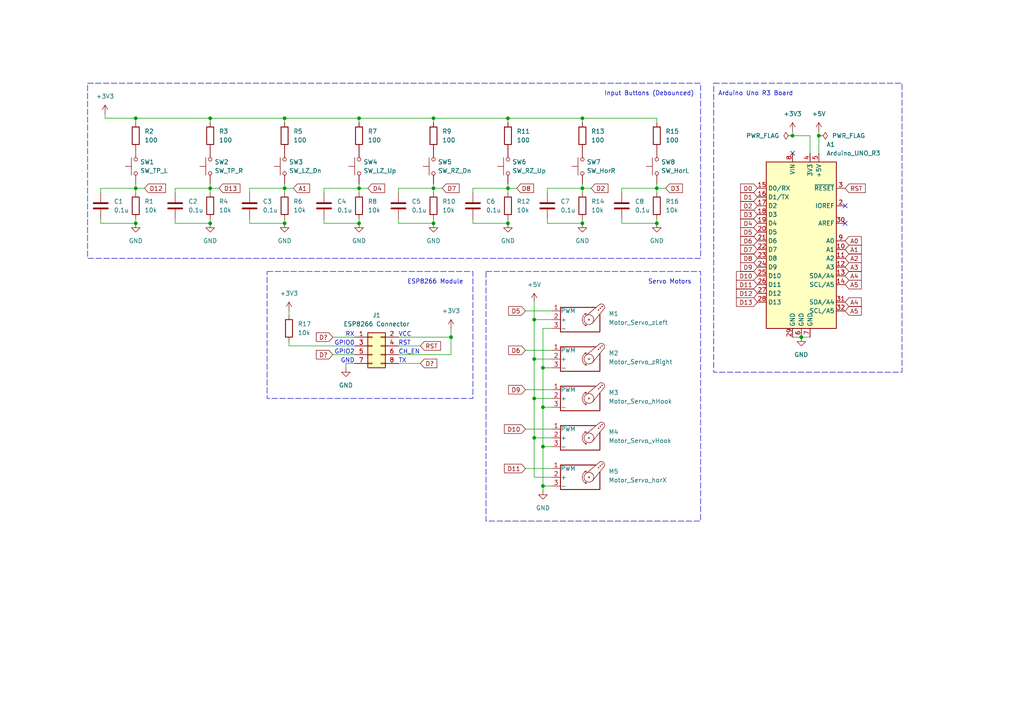
<source format=kicad_sch>
(kicad_sch (version 20230121) (generator eeschema)
  (paper "A4")
  (title_block (title "IEEE Techathon 2025 Schematic") (date "3/26/25") (rev "1.0") (company "Vincent and Michael") (comment 1 "Automatic Book Page Turner with WiFi"))
  (lib_symbols
    (symbol "Connector_Generic:Conn_02x04_Odd_Even" (pin_names (offset 1.016) hide)
      (property "Reference" "J" (at 1.27 5.08 0))
      (property "Value" "Conn_02x04_Odd_Even" (at 1.27 -7.62 0))
      (symbol "Conn_02x04_Odd_Even_1_1"
        (rectangle (start -1.27 -4.953) (end 0 -5.207) (stroke (width 0.1524)))
        (rectangle (start -1.27 -2.413) (end 0 -2.667) (stroke (width 0.1524)))
        (rectangle (start -1.27 0.127) (end 0 -0.127) (stroke (width 0.1524)))
        (rectangle (start -1.27 2.667) (end 0 2.413) (stroke (width 0.1524)))
        (rectangle (start -1.27 3.81) (end 3.81 -6.35) (stroke (width 0.254)) (fill (type background)))
        (rectangle (start 3.81 -4.953) (end 2.54 -5.207) (stroke (width 0.1524)))
        (rectangle (start 3.81 -2.413) (end 2.54 -2.667) (stroke (width 0.1524)))
        (rectangle (start 3.81 0.127) (end 2.54 -0.127) (stroke (width 0.1524)))
        (rectangle (start 3.81 2.667) (end 2.54 2.413) (stroke (width 0.1524)))
        (pin passive line (at -5.08 2.54 0) (length 3.81) (name "Pin_1") (number "1"))
        (pin passive line (at 7.62 2.54 180) (length 3.81) (name "Pin_2") (number "2"))
        (pin passive line (at -5.08 0 0) (length 3.81) (name "Pin_3") (number "3"))
        (pin passive line (at 7.62 0 180) (length 3.81) (name "Pin_4") (number "4"))
        (pin passive line (at -5.08 -2.54 0) (length 3.81) (name "Pin_5") (number "5"))
        (pin passive line (at 7.62 -2.54 180) (length 3.81) (name "Pin_6") (number "6"))
        (pin passive line (at -5.08 -5.08 0) (length 3.81) (name "Pin_7") (number "7"))
        (pin passive line (at 7.62 -5.08 180) (length 3.81) (name "Pin_8") (number "8"))
      )
    )
    (symbol "Device:C" (pin_numbers hide) (pin_names (offset 0.254))
      (property "Reference" "C" (at 0.635 2.54 0))
      (property "Value" "C" (at 0.635 -2.54 0))
      (symbol "C_0_1"
        (polyline (pts (xy -2.032 -0.762) (xy 2.032 -0.762)) (stroke (width 0.508)))
        (polyline (pts (xy -2.032 0.762) (xy 2.032 0.762)) (stroke (width 0.508)))
      )
      (symbol "C_1_1"
        (pin passive line (at 0 3.81 270) (length 2.794) (name "~") (number "1"))
        (pin passive line (at 0 -3.81 90) (length 2.794) (name "~") (number "2"))
      )
    )
    (symbol "Device:R" (pin_numbers hide) (pin_names (offset 0))
      (property "Reference" "R" (at 2.032 0 90))
      (property "Value" "R" (at 0 0 90))
      (symbol "R_0_1"
        (rectangle (start -1.016 -2.54) (end 1.016 2.54) (stroke (width 0.254)))
      )
      (symbol "R_1_1"
        (pin passive line (at 0 3.81 270) (length 1.27) (name "~") (number "1"))
        (pin passive line (at 0 -3.81 90) (length 1.27) (name "~") (number "2"))
      )
    )
    (symbol "MCU_Module:Arduino_UNO_R3"
      (property "Reference" "A" (at -10.16 23.495 0))
      (property "Value" "Arduino_UNO_R3" (at 5.08 -26.67 0))
      (symbol "Arduino_UNO_R3_0_1"
        (rectangle (start -10.16 22.86) (end 10.16 -25.4) (stroke (width 0.254)) (fill (type background)))
      )
      (symbol "Arduino_UNO_R3_1_1"
        (pin no_connect line (at -10.16 -20.32 0) (length 2.54) hide (name "NC") (number "1"))
        (pin bidirectional line (at 12.7 -2.54 180) (length 2.54) (name "A1") (number "10"))
        (pin bidirectional line (at 12.7 -5.08 180) (length 2.54) (name "A2") (number "11"))
        (pin bidirectional line (at 12.7 -7.62 180) (length 2.54) (name "A3") (number "12"))
        (pin bidirectional line (at 12.7 -10.16 180) (length 2.54) (name "SDA/A4") (number "13"))
        (pin bidirectional line (at 12.7 -12.7 180) (length 2.54) (name "SCL/A5") (number "14"))
        (pin bidirectional line (at -12.7 15.24 0) (length 2.54) (name "D0/RX") (number "15"))
        (pin bidirectional line (at -12.7 12.7 0) (length 2.54) (name "D1/TX") (number "16"))
        (pin bidirectional line (at -12.7 10.16 0) (length 2.54) (name "D2") (number "17"))
        (pin bidirectional line (at -12.7 7.62 0) (length 2.54) (name "D3") (number "18"))
        (pin bidirectional line (at -12.7 5.08 0) (length 2.54) (name "D4") (number "19"))
        (pin output line (at 12.7 10.16 180) (length 2.54) (name "IOREF") (number "2"))
        (pin bidirectional line (at -12.7 2.54 0) (length 2.54) (name "D5") (number "20"))
        (pin bidirectional line (at -12.7 0 0) (length 2.54) (name "D6") (number "21"))
        (pin bidirectional line (at -12.7 -2.54 0) (length 2.54) (name "D7") (number "22"))
        (pin bidirectional line (at -12.7 -5.08 0) (length 2.54) (name "D8") (number "23"))
        (pin bidirectional line (at -12.7 -7.62 0) (length 2.54) (name "D9") (number "24"))
        (pin bidirectional line (at -12.7 -10.16 0) (length 2.54) (name "D10") (number "25"))
        (pin bidirectional line (at -12.7 -12.7 0) (length 2.54) (name "D11") (number "26"))
        (pin bidirectional line (at -12.7 -15.24 0) (length 2.54) (name "D12") (number "27"))
        (pin bidirectional line (at -12.7 -17.78 0) (length 2.54) (name "D13") (number "28"))
        (pin power_in line (at -2.54 -27.94 90) (length 2.54) (name "GND") (number "29"))
        (pin input line (at 12.7 15.24 180) (length 2.54) (name "~{RESET}") (number "3"))
        (pin input line (at 12.7 5.08 180) (length 2.54) (name "AREF") (number "30"))
        (pin bidirectional line (at 12.7 -17.78 180) (length 2.54) (name "SDA/A4") (number "31"))
        (pin bidirectional line (at 12.7 -20.32 180) (length 2.54) (name "SCL/A5") (number "32"))
        (pin power_out line (at 2.54 25.4 270) (length 2.54) (name "3V3") (number "4"))
        (pin power_out line (at 5.08 25.4 270) (length 2.54) (name "+5V") (number "5"))
        (pin power_in line (at 0 -27.94 90) (length 2.54) (name "GND") (number "6"))
        (pin power_in line (at 2.54 -27.94 90) (length 2.54) (name "GND") (number "7"))
        (pin power_in line (at -2.54 25.4 270) (length 2.54) (name "VIN") (number "8"))
        (pin bidirectional line (at 12.7 0 180) (length 2.54) (name "A0") (number "9"))
      )
    )
    (symbol "Motor:Motor_Servo" (pin_names (offset 0.0254))
      (property "Reference" "M" (at -5.08 4.445 0))
      (property "Value" "Motor_Servo" (at -5.08 -4.064 0))
      (symbol "Motor_Servo_0_1"
        (polyline (pts (xy 2.413 -1.778) (xy 2.032 -1.778)))
        (polyline (pts (xy 2.413 -1.778) (xy 2.286 -1.397)))
        (polyline (pts (xy 2.413 1.778) (xy 1.905 1.778)))
        (polyline (pts (xy 2.413 1.778) (xy 2.286 1.397)))
        (polyline (pts (xy 6.35 4.445) (xy 2.54 1.27)))
        (polyline (pts (xy 7.62 3.175) (xy 4.191 -1.016)))
        (polyline (pts (xy 5.08 3.556) (xy -5.08 3.556) (xy -5.08 -3.556) (xy 6.35 -3.556) (xy 6.35 1.524)) (stroke (width 0.254)))
        (arc (start 2.413 1.778) (mid 1.2406 0) (end 2.413 -1.778))
        (circle (center 3.175 0) (radius 0.1778))
        (circle (center 3.175 0) (radius 1.4224))
        (circle (center 5.969 2.794) (radius 0.127))
        (circle (center 6.477 3.302) (radius 0.127))
        (circle (center 6.985 3.81) (radius 0.127))
        (arc (start 7.62 3.175) (mid 7.4485 4.2735) (end 6.35 4.445))
      )
      (symbol "Motor_Servo_1_1"
        (pin passive line (at -7.62 2.54 0) (length 2.54) (name "PWM") (number "1"))
        (pin passive line (at -7.62 0 0) (length 2.54) (name "+") (number "2"))
        (pin passive line (at -7.62 -2.54 0) (length 2.54) (name "-") (number "3"))
      )
    )
    (symbol "Switch:SW_Push" (pin_numbers hide) (pin_names (offset 1.016) hide)
      (property "Reference" "SW" (at 1.27 2.54 0))
      (property "Value" "SW_Push" (at 0 -1.524 0))
      (symbol "SW_Push_0_1"
        (circle (center -2.032 0) (radius 0.508))
        (polyline (pts (xy 0 1.27) (xy 0 3.048)))
        (polyline (pts (xy 2.54 1.27) (xy -2.54 1.27)))
        (circle (center 2.032 0) (radius 0.508))
        (pin passive line (at -5.08 0 0) (length 2.54) (name "1") (number "1"))
        (pin passive line (at 5.08 0 180) (length 2.54) (name "2") (number "2"))
      )
    )
    (symbol "power:+3V3" (power) (pin_names (offset 0))
      (property "Value" "+3V3" (at 0 3.556 0))
      (symbol "+3V3_0_1"
        (polyline (pts (xy -0.762 1.27) (xy 0 2.54)))
        (polyline (pts (xy 0 0) (xy 0 2.54)))
        (polyline (pts (xy 0 2.54) (xy 0.762 1.27)))
      )
      (symbol "+3V3_1_1"
        (pin power_in line (at 0 0 90) (length 0) hide (name "+3V3") (number "1"))
      )
    )
    (symbol "power:+5V" (power) (pin_names (offset 0))
      (property "Value" "+5V" (at 0 3.556 0))
      (symbol "+5V_0_1"
        (polyline (pts (xy -0.762 1.27) (xy 0 2.54)))
        (polyline (pts (xy 0 0) (xy 0 2.54)))
        (polyline (pts (xy 0 2.54) (xy 0.762 1.27)))
      )
      (symbol "+5V_1_1"
        (pin power_in line (at 0 0 90) (length 0) hide (name "+5V") (number "1"))
      )
    )
    (symbol "power:GND" (power) (pin_names (offset 0))
      (property "Value" "GND" (at 0 -3.81 0))
      (symbol "GND_0_1"
        (polyline (pts (xy 0 0) (xy 0 -1.27) (xy 1.27 -1.27) (xy 0 -2.54) (xy -1.27 -1.27) (xy 0 -1.27)))
      )
      (symbol "GND_1_1"
        (pin power_in line (at 0 0 270) (length 0) hide (name "GND") (number "1"))
      )
    )
    (symbol "power:PWR_FLAG" (power) (pin_numbers hide) (pin_names (offset 0) hide)
      (property "Value" "PWR_FLAG" (at 0 3.81 0))
      (symbol "PWR_FLAG_0_0"
        (pin power_out line (at 0 0 90) (length 0) (name "pwr") (number "1"))
      )
      (symbol "PWR_FLAG_0_1"
        (polyline (pts (xy 0 0) (xy 0 1.27) (xy -1.016 1.905) (xy 0 2.54) (xy 1.016 1.905) (xy 0 1.27)))
      )
    )
  )
  (junction (at 39.37 54.61))
  (junction (at 147.32 64.77))
  (junction (at 60.96 54.61))
  (junction (at 232.41 97.79))
  (junction (at 82.55 34.29))
  (junction (at 60.96 64.77))
  (junction (at 39.37 64.77))
  (junction (at 130.81 97.79))
  (junction (at 104.14 54.61))
  (junction (at 168.91 34.29))
  (junction (at 147.32 34.29))
  (junction (at 157.48 140.97))
  (junction (at 125.73 34.29))
  (junction (at 237.49 39.37))
  (junction (at 190.5 54.61))
  (junction (at 157.48 129.54))
  (junction (at 154.94 92.71))
  (junction (at 157.48 118.11))
  (junction (at 168.91 54.61))
  (junction (at 125.73 64.77))
  (junction (at 147.32 54.61))
  (junction (at 104.14 34.29))
  (junction (at 125.73 54.61))
  (junction (at 82.55 64.77))
  (junction (at 60.96 34.29))
  (junction (at 168.91 64.77))
  (junction (at 157.48 106.68))
  (junction (at 190.5 64.77))
  (junction (at 229.87 39.37))
  (junction (at 154.94 115.57))
  (junction (at 154.94 104.14))
  (junction (at 39.37 34.29))
  (junction (at 104.14 64.77))
  (junction (at 82.55 54.61))
  (junction (at 154.94 127))
  (no_connect (at 229.87 44.45))
  (no_connect (at 245.11 64.77))
  (no_connect (at 245.11 59.69))
  (wire (pts (xy 115.57 64.77) (xy 125.73 64.77)))
  (wire (pts (xy 180.34 54.61) (xy 180.34 55.88)))
  (wire (pts (xy 190.5 34.29) (xy 168.91 34.29)))
  (wire (pts (xy 152.4 124.46) (xy 160.02 124.46)))
  (wire (pts (xy 82.55 54.61) (xy 82.55 55.88)))
  (wire (pts (xy 82.55 34.29) (xy 60.96 34.29)))
  (wire (pts (xy 154.94 127) (xy 154.94 138.43)))
  (wire (pts (xy 125.73 34.29) (xy 104.14 34.29)))
  (wire (pts (xy 157.48 129.54) (xy 157.48 140.97)))
  (wire (pts (xy 237.49 38.1) (xy 237.49 39.37)))
  (wire (pts (xy 137.16 64.77) (xy 147.32 64.77)))
  (wire (pts (xy 168.91 54.61) (xy 168.91 55.88)))
  (wire (pts (xy 158.75 54.61) (xy 168.91 54.61)))
  (wire (pts (xy 157.48 106.68) (xy 160.02 106.68)))
  (wire (pts (xy 147.32 54.61) (xy 149.86 54.61)))
  (wire (pts (xy 137.16 63.5) (xy 137.16 64.77)))
  (wire (pts (xy 125.73 54.61) (xy 128.27 54.61)))
  (wire (pts (xy 104.14 54.61) (xy 106.68 54.61)))
  (wire (pts (xy 115.57 105.41) (xy 121.92 105.41)))
  (wire (pts (xy 72.39 63.5) (xy 72.39 64.77)))
  (wire (pts (xy 93.98 64.77) (xy 104.14 64.77)))
  (wire (pts (xy 29.21 54.61) (xy 29.21 55.88)))
  (wire (pts (xy 190.5 35.56) (xy 190.5 34.29)))
  (wire (pts (xy 60.96 54.61) (xy 63.5 54.61)))
  (wire (pts (xy 30.48 34.29) (xy 39.37 34.29)))
  (wire (pts (xy 39.37 34.29) (xy 39.37 35.56)))
  (wire (pts (xy 29.21 63.5) (xy 29.21 64.77)))
  (wire (pts (xy 125.73 34.29) (xy 125.73 35.56)))
  (wire (pts (xy 137.16 54.61) (xy 147.32 54.61)))
  (wire (pts (xy 154.94 138.43) (xy 160.02 138.43)))
  (wire (pts (xy 96.52 97.79) (xy 102.87 97.79)))
  (wire (pts (xy 180.34 63.5) (xy 180.34 64.77)))
  (wire (pts (xy 60.96 34.29) (xy 60.96 35.56)))
  (wire (pts (xy 152.4 101.6) (xy 160.02 101.6)))
  (wire (pts (xy 82.55 54.61) (xy 85.09 54.61)))
  (wire (pts (xy 29.21 54.61) (xy 39.37 54.61)))
  (wire (pts (xy 160.02 95.25) (xy 157.48 95.25)))
  (wire (pts (xy 115.57 63.5) (xy 115.57 64.77)))
  (wire (pts (xy 168.91 54.61) (xy 171.45 54.61)))
  (wire (pts (xy 104.14 54.61) (xy 104.14 55.88)))
  (wire (pts (xy 125.73 53.34) (xy 125.73 54.61)))
  (wire (pts (xy 154.94 127) (xy 160.02 127)))
  (wire (pts (xy 229.87 38.1) (xy 229.87 39.37)))
  (wire (pts (xy 157.48 118.11) (xy 157.48 129.54)))
  (wire (pts (xy 190.5 54.61) (xy 193.04 54.61)))
  (wire (pts (xy 158.75 64.77) (xy 168.91 64.77)))
  (wire (pts (xy 190.5 53.34) (xy 190.5 54.61)))
  (wire (pts (xy 152.4 135.89) (xy 160.02 135.89)))
  (wire (pts (xy 60.96 54.61) (xy 60.96 55.88)))
  (wire (pts (xy 158.75 63.5) (xy 158.75 64.77)))
  (wire (pts (xy 190.5 64.77) (xy 190.5 63.5)))
  (wire (pts (xy 130.81 95.25) (xy 130.81 97.79)))
  (wire (pts (xy 125.73 54.61) (xy 125.73 55.88)))
  (wire (pts (xy 115.57 54.61) (xy 125.73 54.61)))
  (wire (pts (xy 168.91 34.29) (xy 168.91 35.56)))
  (wire (pts (xy 104.14 34.29) (xy 104.14 35.56)))
  (wire (pts (xy 72.39 54.61) (xy 72.39 55.88)))
  (wire (pts (xy 154.94 87.63) (xy 154.94 92.71)))
  (wire (pts (xy 237.49 39.37) (xy 237.49 44.45)))
  (wire (pts (xy 50.8 54.61) (xy 60.96 54.61)))
  (wire (pts (xy 93.98 54.61) (xy 104.14 54.61)))
  (wire (pts (xy 154.94 92.71) (xy 154.94 104.14)))
  (wire (pts (xy 130.81 97.79) (xy 130.81 102.87)))
  (wire (pts (xy 190.5 54.61) (xy 190.5 55.88)))
  (wire (pts (xy 115.57 100.33) (xy 121.92 100.33)))
  (wire (pts (xy 82.55 53.34) (xy 82.55 54.61)))
  (wire (pts (xy 100.33 106.68) (xy 100.33 105.41)))
  (wire (pts (xy 152.4 113.03) (xy 160.02 113.03)))
  (wire (pts (xy 72.39 54.61) (xy 82.55 54.61)))
  (wire (pts (xy 60.96 64.77) (xy 60.96 63.5)))
  (wire (pts (xy 72.39 64.77) (xy 82.55 64.77)))
  (wire (pts (xy 60.96 53.34) (xy 60.96 54.61)))
  (wire (pts (xy 39.37 54.61) (xy 41.91 54.61)))
  (wire (pts (xy 154.94 104.14) (xy 160.02 104.14)))
  (wire (pts (xy 157.48 106.68) (xy 157.48 118.11)))
  (wire (pts (xy 115.57 97.79) (xy 130.81 97.79)))
  (wire (pts (xy 168.91 53.34) (xy 168.91 54.61)))
  (wire (pts (xy 157.48 129.54) (xy 160.02 129.54)))
  (wire (pts (xy 115.57 54.61) (xy 115.57 55.88)))
  (wire (pts (xy 234.95 39.37) (xy 234.95 44.45)))
  (wire (pts (xy 104.14 53.34) (xy 104.14 54.61)))
  (wire (pts (xy 147.32 53.34) (xy 147.32 54.61)))
  (wire (pts (xy 229.87 97.79) (xy 232.41 97.79)))
  (wire (pts (xy 158.75 54.61) (xy 158.75 55.88)))
  (wire (pts (xy 30.48 33.02) (xy 30.48 34.29)))
  (wire (pts (xy 60.96 34.29) (xy 39.37 34.29)))
  (wire (pts (xy 157.48 95.25) (xy 157.48 106.68)))
  (wire (pts (xy 93.98 54.61) (xy 93.98 55.88)))
  (wire (pts (xy 229.87 39.37) (xy 234.95 39.37)))
  (wire (pts (xy 29.21 64.77) (xy 39.37 64.77)))
  (wire (pts (xy 160.02 92.71) (xy 154.94 92.71)))
  (wire (pts (xy 157.48 140.97) (xy 157.48 142.24)))
  (wire (pts (xy 168.91 34.29) (xy 147.32 34.29)))
  (wire (pts (xy 154.94 104.14) (xy 154.94 115.57)))
  (wire (pts (xy 39.37 64.77) (xy 39.37 63.5)))
  (wire (pts (xy 50.8 64.77) (xy 60.96 64.77)))
  (wire (pts (xy 137.16 54.61) (xy 137.16 55.88)))
  (wire (pts (xy 104.14 34.29) (xy 82.55 34.29)))
  (wire (pts (xy 83.82 100.33) (xy 102.87 100.33)))
  (wire (pts (xy 180.34 54.61) (xy 190.5 54.61)))
  (wire (pts (xy 147.32 64.77) (xy 147.32 63.5)))
  (wire (pts (xy 232.41 97.79) (xy 234.95 97.79)))
  (wire (pts (xy 147.32 34.29) (xy 147.32 35.56)))
  (wire (pts (xy 93.98 63.5) (xy 93.98 64.77)))
  (wire (pts (xy 125.73 64.77) (xy 125.73 63.5)))
  (wire (pts (xy 180.34 64.77) (xy 190.5 64.77)))
  (wire (pts (xy 96.52 102.87) (xy 102.87 102.87)))
  (wire (pts (xy 50.8 63.5) (xy 50.8 64.77)))
  (wire (pts (xy 154.94 115.57) (xy 154.94 127)))
  (wire (pts (xy 147.32 34.29) (xy 125.73 34.29)))
  (wire (pts (xy 82.55 64.77) (xy 82.55 63.5)))
  (wire (pts (xy 39.37 53.34) (xy 39.37 54.61)))
  (wire (pts (xy 39.37 54.61) (xy 39.37 55.88)))
  (wire (pts (xy 147.32 54.61) (xy 147.32 55.88)))
  (wire (pts (xy 154.94 115.57) (xy 160.02 115.57)))
  (wire (pts (xy 157.48 118.11) (xy 160.02 118.11)))
  (wire (pts (xy 104.14 64.77) (xy 104.14 63.5)))
  (wire (pts (xy 168.91 64.77) (xy 168.91 63.5)))
  (wire (pts (xy 130.81 102.87) (xy 115.57 102.87)))
  (wire (pts (xy 152.4 90.17) (xy 160.02 90.17)))
  (wire (pts (xy 157.48 140.97) (xy 160.02 140.97)))
  (wire (pts (xy 82.55 34.29) (xy 82.55 35.56)))
  (wire (pts (xy 83.82 100.33) (xy 83.82 99.06)))
  (wire (pts (xy 83.82 90.17) (xy 83.82 91.44)))
  (wire (pts (xy 50.8 54.61) (xy 50.8 55.88)))
  (wire (pts (xy 100.33 105.41) (xy 102.87 105.41)))
  (rectangle (start 25.4 24.13) (end 203.2 74.93) (stroke (width 0) (type dash)))
  (rectangle (start 77.47 78.74) (end 137.16 115.57) (stroke (width 0) (type dash)))
  (rectangle (start 140.97 78.74) (end 203.2 151.13) (stroke (width 0) (type dash)))
  (rectangle (start 207.01 24.13) (end 261.62 107.95) (stroke (width 0) (type dash)))
  (text "Input Buttons (Debounced)" (at 175.26 27.94 0) (effects (font (size 1.27 1.27)) (justify left bottom)))
  (text "RST" (at 115.5357 100.3298 0) (effects (font (size 1.27 1.27)) (justify left bottom)))
  (text "CH_EN" (at 115.57 102.87 0) (effects (font (size 1.27 1.27)) (justify left bottom)))
  (text "ESP8266 Module" (at 118.11 82.55 0) (effects (font (size 1.27 1.27)) (justify left bottom)))
  (text "GND" (at 102.87 105.41 0) (effects (font (size 1.27 1.27)) (justify right bottom)))
  (text "Servo Motors" (at 187.96 82.55 0) (effects (font (size 1.27 1.27)) (justify left bottom)))
  (text "RX" (at 102.87 97.79 0) (effects (font (size 1.27 1.27)) (justify right bottom)))
  (text "VCC" (at 115.57 97.79 0) (effects (font (size 1.27 1.27)) (justify left bottom)))
  (text "GPIO0" (at 102.87 100.33 0) (effects (font (size 1.27 1.27)) (justify right bottom)))
  (text "Arduino Uno R3 Board" (at 208.28 27.94 0) (effects (font (size 1.27 1.27)) (justify left bottom)))
  (text "TX" (at 115.57 105.41 0) (effects (font (size 1.27 1.27)) (justify left bottom)))
  (text "GPIO2" (at 102.87 102.87 0) (effects (font (size 1.27 1.27)) (justify right bottom)))
  (global_label "D3" (shape input) (at 219.71 62.23 180) (property "Intersheetrefs" "${INTERSHEET_REFS}" (effects hide)))
  (global_label "D5" (shape input) (at 152.4 90.17 180) (property "Intersheetrefs" "${INTERSHEET_REFS}" (effects hide)))
  (global_label "D12" (shape input) (at 41.91 54.61 0) (property "Intersheetrefs" "${INTERSHEET_REFS}" (effects hide)))
  (global_label "D3" (shape input) (at 193.04 54.61 0) (property "Intersheetrefs" "${INTERSHEET_REFS}" (effects hide)))
  (global_label "A4" (shape input) (at 245.11 87.63 0) (property "Intersheetrefs" "${INTERSHEET_REFS}" (effects hide)))
  (global_label "D6" (shape input) (at 219.71 69.85 180) (property "Intersheetrefs" "${INTERSHEET_REFS}" (effects hide)))
  (global_label "D13" (shape input) (at 63.5 54.61 0) (property "Intersheetrefs" "${INTERSHEET_REFS}" (effects hide)))
  (global_label "D1" (shape input) (at 219.71 57.15 180) (property "Intersheetrefs" "${INTERSHEET_REFS}" (effects hide)))
  (global_label "A5" (shape input) (at 245.11 82.55 0) (property "Intersheetrefs" "${INTERSHEET_REFS}" (effects hide)))
  (global_label "D10" (shape input) (at 219.71 80.01 180) (property "Intersheetrefs" "${INTERSHEET_REFS}" (effects hide)))
  (global_label "A3" (shape input) (at 245.11 77.47 0) (property "Intersheetrefs" "${INTERSHEET_REFS}" (effects hide)))
  (global_label "D13" (shape input) (at 219.71 87.63 180) (property "Intersheetrefs" "${INTERSHEET_REFS}" (effects hide)))
  (global_label "D7" (shape input) (at 128.27 54.61 0) (property "Intersheetrefs" "${INTERSHEET_REFS}" (effects hide)))
  (global_label "D7" (shape input) (at 219.71 72.39 180) (property "Intersheetrefs" "${INTERSHEET_REFS}" (effects hide)))
  (global_label "A1" (shape input) (at 85.09 54.61 0) (property "Intersheetrefs" "${INTERSHEET_REFS}" (effects hide)))
  (global_label "D8" (shape input) (at 219.71 74.93 180) (property "Intersheetrefs" "${INTERSHEET_REFS}" (effects hide)))
  (global_label "D9" (shape input) (at 152.4 113.03 180) (property "Intersheetrefs" "${INTERSHEET_REFS}" (effects hide)))
  (global_label "D9" (shape input) (at 219.71 77.47 180) (property "Intersheetrefs" "${INTERSHEET_REFS}" (effects hide)))
  (global_label "D11" (shape input) (at 219.71 82.55 180) (property "Intersheetrefs" "${INTERSHEET_REFS}" (effects hide)))
  (global_label "D4" (shape input) (at 106.68 54.61 0) (property "Intersheetrefs" "${INTERSHEET_REFS}" (effects hide)))
  (global_label "D?" (shape input) (at 121.92 105.41 0) (property "Intersheetrefs" "${INTERSHEET_REFS}" (effects hide)))
  (global_label "RST" (shape input) (at 245.11 54.61 0) (property "Intersheetrefs" "${INTERSHEET_REFS}" (effects hide)))
  (global_label "A1" (shape input) (at 245.11 72.39 0) (property "Intersheetrefs" "${INTERSHEET_REFS}" (effects hide)))
  (global_label "D?" (shape input) (at 96.52 102.87 180) (property "Intersheetrefs" "${INTERSHEET_REFS}" (effects hide)))
  (global_label "D11" (shape input) (at 152.4 135.89 180) (property "Intersheetrefs" "${INTERSHEET_REFS}" (effects hide)))
  (global_label "D2" (shape input) (at 171.45 54.61 0) (property "Intersheetrefs" "${INTERSHEET_REFS}" (effects hide)))
  (global_label "A2" (shape input) (at 245.11 74.93 0) (property "Intersheetrefs" "${INTERSHEET_REFS}" (effects hide)))
  (global_label "D5" (shape input) (at 219.71 67.31 180) (property "Intersheetrefs" "${INTERSHEET_REFS}" (effects hide)))
  (global_label "D12" (shape input) (at 219.71 85.09 180) (property "Intersheetrefs" "${INTERSHEET_REFS}" (effects hide)))
  (global_label "A0" (shape input) (at 245.11 69.85 0) (property "Intersheetrefs" "${INTERSHEET_REFS}" (effects hide)))
  (global_label "D4" (shape input) (at 219.71 64.77 180) (property "Intersheetrefs" "${INTERSHEET_REFS}" (effects hide)))
  (global_label "RST" (shape input) (at 121.92 100.33 0) (property "Intersheetrefs" "${INTERSHEET_REFS}" (effects hide)))
  (global_label "A5" (shape input) (at 245.11 90.17 0) (property "Intersheetrefs" "${INTERSHEET_REFS}" (effects hide)))
  (global_label "D0" (shape input) (at 219.71 54.61 180) (property "Intersheetrefs" "${INTERSHEET_REFS}" (effects hide)))
  (global_label "D2" (shape input) (at 219.71 59.69 180) (property "Intersheetrefs" "${INTERSHEET_REFS}" (effects hide)))
  (global_label "D6" (shape input) (at 152.4 101.6 180) (property "Intersheetrefs" "${INTERSHEET_REFS}" (effects hide)))
  (global_label "A4" (shape input) (at 245.11 80.01 0) (property "Intersheetrefs" "${INTERSHEET_REFS}" (effects hide)))
  (global_label "D10" (shape input) (at 152.4 124.46 180) (property "Intersheetrefs" "${INTERSHEET_REFS}" (effects hide)))
  (global_label "D?" (shape input) (at 96.52 97.79 180) (property "Intersheetrefs" "${INTERSHEET_REFS}" (effects hide)))
  (global_label "D8" (shape input) (at 149.86 54.61 0) (property "Intersheetrefs" "${INTERSHEET_REFS}" (effects hide)))
  (symbol (lib_id "power:GND") (at 60.96 64.77 0) (unit 1)
    (property "Reference" "#PWR02" (effects hide))
    (property "Value" "GND" (at 60.96 69.85 0))
  )
  (symbol (lib_id "power:PWR_FLAG") (at 237.49 39.37 270) (unit 1)
    (property "Reference" "#FLG01" (effects hide))
    (property "Value" "PWR_FLAG" (at 241.3 39.37 90) (effects (justify left)))
  )
  (symbol (lib_id "power:GND") (at 82.55 64.77 0) (unit 1)
    (property "Reference" "#PWR03" (effects hide))
    (property "Value" "GND" (at 82.55 69.85 0))
  )
  (symbol (lib_id "Device:R") (at 125.73 39.37 0) (unit 1)
    (property "Reference" "R9" (at 128.27 38.1 0) (effects (justify left)))
    (property "Value" "100" (at 128.27 40.64 0) (effects (justify left)))
  )
  (symbol (lib_id "power:GND") (at 125.73 64.77 0) (unit 1)
    (property "Reference" "#PWR05" (effects hide))
    (property "Value" "GND" (at 125.73 69.85 0))
  )
  (symbol (lib_id "Device:R") (at 168.91 39.37 0) (unit 1)
    (property "Reference" "R13" (at 171.45 38.1 0) (effects (justify left)))
    (property "Value" "100" (at 171.45 40.64 0) (effects (justify left)))
  )
  (symbol (lib_id "Device:R") (at 147.32 39.37 0) (unit 1)
    (property "Reference" "R11" (at 149.86 38.1 0) (effects (justify left)))
    (property "Value" "100" (at 149.86 40.64 0) (effects (justify left)))
  )
  (symbol (lib_id "Device:C") (at 29.21 59.69 0) (unit 1)
    (property "Reference" "C1" (at 33.02 58.42 0) (effects (justify left)))
    (property "Value" "0.1u" (at 33.02 60.96 0) (effects (justify left)))
  )
  (symbol (lib_id "Device:C") (at 115.57 59.69 0) (unit 1)
    (property "Reference" "C5" (at 119.38 58.42 0) (effects (justify left)))
    (property "Value" "0.1u" (at 119.38 60.96 0) (effects (justify left)))
  )
  (symbol (lib_id "Device:R") (at 39.37 39.37 0) (unit 1)
    (property "Reference" "R2" (at 41.91 38.1 0) (effects (justify left)))
    (property "Value" "100" (at 41.91 40.64 0) (effects (justify left)))
  )
  (symbol (lib_id "power:GND") (at 190.5 64.77 0) (unit 1)
    (property "Reference" "#PWR08" (effects hide))
    (property "Value" "GND" (at 190.5 69.85 0))
  )
  (symbol (lib_id "Motor:Motor_Servo") (at 167.64 104.14 0) (unit 1)
    (property "Reference" "M2" (at 176.53 102.4366 0) (effects (justify left)))
    (property "Value" "Motor_Servo_zRight" (at 176.53 104.9766 0) (effects (justify left)))
    (property "Datasheet" "http://forums.parallax.com/uploads/attachments/46831/74481.png" (effects hide))
  )
  (symbol (lib_id "Switch:SW_Push") (at 39.37 48.26 90) (unit 1)
    (property "Reference" "SW1" (at 40.64 46.99 90) (effects (justify right)))
    (property "Value" "SW_TP_L" (at 40.64 49.53 90) (effects (justify right)))
  )
  (symbol (lib_id "power:GND") (at 147.32 64.77 0) (unit 1)
    (property "Reference" "#PWR06" (effects hide))
    (property "Value" "GND" (at 147.32 69.85 0))
  )
  (symbol (lib_id "power:GND") (at 232.41 97.79 0) (unit 1)
    (property "Reference" "#PWR014" (effects hide))
    (property "Value" "GND" (at 232.41 102.87 0))
  )
  (symbol (lib_id "power:+3V3") (at 30.48 33.02 0) (unit 1)
    (property "Reference" "#PWR09" (effects hide))
    (property "Value" "+3V3" (at 30.48 27.94 0))
  )
  (symbol (lib_id "Motor:Motor_Servo") (at 167.64 115.57 0) (unit 1)
    (property "Reference" "M3" (at 176.53 113.8666 0) (effects (justify left)))
    (property "Value" "Motor_Servo_hHook" (at 176.53 116.4066 0) (effects (justify left)))
    (property "Datasheet" "http://forums.parallax.com/uploads/attachments/46831/74481.png" (effects hide))
  )
  (symbol (lib_id "Device:C") (at 180.34 59.69 0) (unit 1)
    (property "Reference" "C8" (at 184.15 58.42 0) (effects (justify left)))
    (property "Value" "0.1u" (at 184.15 60.96 0) (effects (justify left)))
  )
  (symbol (lib_id "Switch:SW_Push") (at 168.91 48.26 90) (unit 1)
    (property "Reference" "SW7" (at 170.18 46.99 90) (effects (justify right)))
    (property "Value" "SW_HorR" (at 170.18 49.53 90) (effects (justify right)))
  )
  (symbol (lib_id "Connector_Generic:Conn_02x04_Odd_Even") (at 107.95 100.33 0) (unit 1)
    (property "Reference" "J1" (at 109.22 91.44 0))
    (property "Value" "ESP8266 Connector" (at 109.22 93.98 0))
  )
  (symbol (lib_id "Device:R") (at 190.5 59.69 0) (unit 1)
    (property "Reference" "R16" (at 193.04 58.42 0) (effects (justify left)))
    (property "Value" "10k" (at 193.04 60.96 0) (effects (justify left)))
  )
  (symbol (lib_id "Device:R") (at 147.32 59.69 0) (unit 1)
    (property "Reference" "R12" (at 149.86 58.42 0) (effects (justify left)))
    (property "Value" "10k" (at 149.86 60.96 0) (effects (justify left)))
  )
  (symbol (lib_id "power:GND") (at 104.14 64.77 0) (unit 1)
    (property "Reference" "#PWR04" (effects hide))
    (property "Value" "GND" (at 104.14 69.85 0))
  )
  (symbol (lib_id "MCU_Module:Arduino_UNO_R3") (at 232.41 69.85 0) (unit 1)
    (property "Reference" "A1" (at 239.6841 41.91 0) (effects (justify left)))
    (property "Value" "Arduino_UNO_R3" (at 239.6841 44.45 0) (effects (justify left)))
    (property "Footprint" "Module:Arduino_UNO_R3" (effects hide))
    (property "Datasheet" "https://www.arduino.cc/en/Main/arduinoBoardUno" (effects hide))
  )
  (symbol (lib_id "power:+3V3") (at 83.82 90.17 0) (unit 1)
    (property "Reference" "#PWR017" (effects hide))
    (property "Value" "+3V3" (at 83.82 85.09 0))
  )
  (symbol (lib_id "power:GND") (at 168.91 64.77 0) (unit 1)
    (property "Reference" "#PWR07" (effects hide))
    (property "Value" "GND" (at 168.91 69.85 0))
  )
  (symbol (lib_id "Switch:SW_Push") (at 190.5 48.26 90) (unit 1)
    (property "Reference" "SW8" (at 191.77 46.99 90) (effects (justify right)))
    (property "Value" "SW_HorL" (at 191.77 49.53 90) (effects (justify right)))
  )
  (symbol (lib_id "power:GND") (at 100.33 106.68 0) (unit 1)
    (property "Reference" "#PWR015" (effects hide))
    (property "Value" "GND" (at 100.33 111.76 0))
  )
  (symbol (lib_id "Device:R") (at 125.73 59.69 0) (unit 1)
    (property "Reference" "R10" (at 128.27 58.42 0) (effects (justify left)))
    (property "Value" "10k" (at 128.27 60.96 0) (effects (justify left)))
  )
  (symbol (lib_id "Device:C") (at 50.8 59.69 0) (unit 1)
    (property "Reference" "C2" (at 54.61 58.42 0) (effects (justify left)))
    (property "Value" "0.1u" (at 54.61 60.96 0) (effects (justify left)))
  )
  (symbol (lib_id "Device:R") (at 168.91 59.69 0) (unit 1)
    (property "Reference" "R14" (at 171.45 58.42 0) (effects (justify left)))
    (property "Value" "10k" (at 171.45 60.96 0) (effects (justify left)))
  )
  (symbol (lib_id "Device:R") (at 104.14 39.37 0) (unit 1)
    (property "Reference" "R7" (at 106.68 38.1 0) (effects (justify left)))
    (property "Value" "100" (at 106.68 40.64 0) (effects (justify left)))
  )
  (symbol (lib_id "power:GND") (at 157.48 142.24 0) (unit 1)
    (property "Reference" "#PWR010" (effects hide))
    (property "Value" "GND" (at 157.48 147.32 0))
  )
  (symbol (lib_id "Switch:SW_Push") (at 104.14 48.26 90) (unit 1)
    (property "Reference" "SW4" (at 105.41 46.99 90) (effects (justify right)))
    (property "Value" "SW_LZ_Up" (at 105.41 49.53 90) (effects (justify right)))
  )
  (symbol (lib_id "Device:R") (at 60.96 59.69 0) (unit 1)
    (property "Reference" "R4" (at 63.5 58.42 0) (effects (justify left)))
    (property "Value" "10k" (at 63.5 60.96 0) (effects (justify left)))
  )
  (symbol (lib_id "Device:C") (at 93.98 59.69 0) (unit 1)
    (property "Reference" "C4" (at 97.79 58.42 0) (effects (justify left)))
    (property "Value" "0.1u" (at 97.79 60.96 0) (effects (justify left)))
  )
  (symbol (lib_id "Device:R") (at 82.55 59.69 0) (unit 1)
    (property "Reference" "R6" (at 85.09 58.42 0) (effects (justify left)))
    (property "Value" "10k" (at 85.09 60.96 0) (effects (justify left)))
  )
  (symbol (lib_id "Motor:Motor_Servo") (at 167.64 127 0) (unit 1)
    (property "Reference" "M4" (at 176.53 125.2966 0) (effects (justify left)))
    (property "Value" "Motor_Servo_vHook" (at 176.53 127.8366 0) (effects (justify left)))
    (property "Datasheet" "http://forums.parallax.com/uploads/attachments/46831/74481.png" (effects hide))
  )
  (symbol (lib_id "Switch:SW_Push") (at 82.55 48.26 90) (unit 1)
    (property "Reference" "SW3" (at 83.82 46.99 90) (effects (justify right)))
    (property "Value" "SW_LZ_Dn" (at 83.82 49.53 90) (effects (justify right)))
  )
  (symbol (lib_id "Motor:Motor_Servo") (at 167.64 92.71 0) (unit 1)
    (property "Reference" "M1" (at 176.53 91.0066 0) (effects (justify left)))
    (property "Value" "Motor_Servo_zLeft" (at 176.53 93.5466 0) (effects (justify left)))
    (property "Datasheet" "http://forums.parallax.com/uploads/attachments/46831/74481.png" (effects hide))
  )
  (symbol (lib_id "Switch:SW_Push") (at 125.73 48.26 90) (unit 1)
    (property "Reference" "SW5" (at 127 46.99 90) (effects (justify right)))
    (property "Value" "SW_RZ_Dn" (at 127 49.53 90) (effects (justify right)))
  )
  (symbol (lib_id "Device:C") (at 137.16 59.69 0) (unit 1)
    (property "Reference" "C6" (at 140.97 58.42 0) (effects (justify left)))
    (property "Value" "0.1u" (at 140.97 60.96 0) (effects (justify left)))
  )
  (symbol (lib_id "power:GND") (at 39.37 64.77 0) (unit 1)
    (property "Reference" "#PWR01" (effects hide))
    (property "Value" "GND" (at 39.37 69.85 0))
  )
  (symbol (lib_id "Device:R") (at 60.96 39.37 0) (unit 1)
    (property "Reference" "R3" (at 63.5 38.1 0) (effects (justify left)))
    (property "Value" "100" (at 63.5 40.64 0) (effects (justify left)))
  )
  (symbol (lib_id "Switch:SW_Push") (at 60.96 48.26 90) (unit 1)
    (property "Reference" "SW2" (at 62.23 46.99 90) (effects (justify right)))
    (property "Value" "SW_TP_R" (at 62.23 49.53 90) (effects (justify right)))
  )
  (symbol (lib_id "power:PWR_FLAG") (at 229.87 39.37 90) (unit 1)
    (property "Reference" "#FLG02" (effects hide))
    (property "Value" "PWR_FLAG" (at 226.06 39.37 90) (effects (justify left)))
  )
  (symbol (lib_id "power:+3V3") (at 130.81 95.25 0) (unit 1)
    (property "Reference" "#PWR016" (effects hide))
    (property "Value" "+3V3" (at 130.81 90.17 0))
  )
  (symbol (lib_id "Device:R") (at 104.14 59.69 0) (unit 1)
    (property "Reference" "R8" (at 106.68 58.42 0) (effects (justify left)))
    (property "Value" "10k" (at 106.68 60.96 0) (effects (justify left)))
  )
  (symbol (lib_id "Device:R") (at 82.55 39.37 0) (unit 1)
    (property "Reference" "R5" (at 85.09 38.1 0) (effects (justify left)))
    (property "Value" "100" (at 85.09 40.64 0) (effects (justify left)))
  )
  (symbol (lib_id "Device:C") (at 158.75 59.69 0) (unit 1)
    (property "Reference" "C7" (at 162.56 58.42 0) (effects (justify left)))
    (property "Value" "0.1u" (at 162.56 60.96 0) (effects (justify left)))
  )
  (symbol (lib_id "power:+3V3") (at 229.87 38.1 0) (unit 1)
    (property "Reference" "#PWR013" (effects hide))
    (property "Value" "+3V3" (at 229.87 33.02 0))
  )
  (symbol (lib_id "Device:R") (at 190.5 39.37 0) (unit 1)
    (property "Reference" "R15" (at 193.04 38.1 0) (effects (justify left)))
    (property "Value" "100" (at 193.04 40.64 0) (effects (justify left)))
  )
  (symbol (lib_id "power:+5V") (at 154.94 87.63 0) (unit 1)
    (property "Reference" "#PWR011" (effects hide))
    (property "Value" "+5V" (at 154.94 82.55 0))
  )
  (symbol (lib_id "Device:R") (at 83.82 95.25 0) (unit 1)
    (property "Reference" "R17" (at 86.36 93.98 0) (effects (justify left)))
    (property "Value" "10k" (at 86.36 96.52 0) (effects (justify left)))
  )
  (symbol (lib_id "Motor:Motor_Servo") (at 167.64 138.43 0) (unit 1)
    (property "Reference" "M5" (at 176.53 136.7266 0) (effects (justify left)))
    (property "Value" "Motor_Servo_horX" (at 176.53 139.2666 0) (effects (justify left)))
    (property "Datasheet" "http://forums.parallax.com/uploads/attachments/46831/74481.png" (effects hide))
  )
  (symbol (lib_id "Device:C") (at 72.39 59.69 0) (unit 1)
    (property "Reference" "C3" (at 76.2 58.42 0) (effects (justify left)))
    (property "Value" "0.1u" (at 76.2 60.96 0) (effects (justify left)))
  )
  (symbol (lib_id "Switch:SW_Push") (at 147.32 48.26 90) (unit 1)
    (property "Reference" "SW6" (at 148.59 46.99 90) (effects (justify right)))
    (property "Value" "SW_RZ_Up" (at 148.59 49.53 90) (effects (justify right)))
  )
  (symbol (lib_id "Device:R") (at 39.37 59.69 0) (unit 1)
    (property "Reference" "R1" (at 41.91 58.42 0) (effects (justify left)))
    (property "Value" "10k" (at 41.91 60.96 0) (effects (justify left)))
  )
  (symbol (lib_id "power:+5V") (at 237.49 38.1 0) (unit 1)
    (property "Reference" "#PWR012" (effects hide))
    (property "Value" "+5V" (at 237.49 33.02 0))
  )
)
</source>
